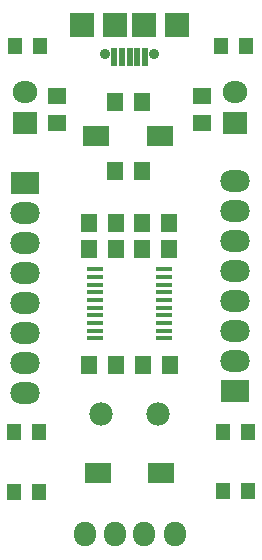
<source format=gts>
G04*
G04 #@! TF.GenerationSoftware,Altium Limited,Altium Designer,18.1.6 (161)*
G04*
G04 Layer_Color=8388736*
%FSTAX24Y24*%
%MOIN*%
G70*
G01*
G75*
%ADD20R,0.0580X0.0140*%
%ADD26R,0.0630X0.0580*%
%ADD27R,0.0580X0.0630*%
%ADD28R,0.0513X0.0552*%
%ADD29R,0.0867X0.0671*%
%ADD30R,0.0828X0.0828*%
%ADD31R,0.0789X0.0828*%
%ADD32R,0.0237X0.0611*%
%ADD33O,0.0980X0.0730*%
%ADD34R,0.0980X0.0730*%
%ADD35O,0.0830X0.0730*%
%ADD36R,0.0830X0.0730*%
%ADD37C,0.0780*%
%ADD38O,0.0730X0.0830*%
%ADD39C,0.0356*%
D20*
X016057Y018455D02*
D03*
Y018711D02*
D03*
Y018967D02*
D03*
Y019222D02*
D03*
Y019478D02*
D03*
Y019734D02*
D03*
Y01999D02*
D03*
Y020246D02*
D03*
Y020502D02*
D03*
Y020758D02*
D03*
X013757Y020758D02*
D03*
Y020502D02*
D03*
Y020246D02*
D03*
Y01999D02*
D03*
Y019734D02*
D03*
Y019478D02*
D03*
Y019222D02*
D03*
Y018967D02*
D03*
Y018711D02*
D03*
Y018455D02*
D03*
D26*
X01249Y02564D02*
D03*
Y02654D02*
D03*
X01733Y02564D02*
D03*
Y02654D02*
D03*
D27*
X01444Y02403D02*
D03*
X01534D02*
D03*
X01625Y022286D02*
D03*
X01535D02*
D03*
X01625Y02142D02*
D03*
X01535D02*
D03*
X013578Y022286D02*
D03*
X014478D02*
D03*
X013578Y02142D02*
D03*
X014478D02*
D03*
X01628Y01757D02*
D03*
X01538D02*
D03*
X01356D02*
D03*
X01446D02*
D03*
X015327Y026339D02*
D03*
X014427D02*
D03*
D28*
X018047Y01535D02*
D03*
X018873D02*
D03*
X018047Y01338D02*
D03*
X018873D02*
D03*
X011893Y01535D02*
D03*
X011067D02*
D03*
X011893Y01334D02*
D03*
X011067D02*
D03*
X017977Y02821D02*
D03*
X018803D02*
D03*
X011941Y028206D02*
D03*
X011114D02*
D03*
D29*
X015984Y013976D02*
D03*
X013858D02*
D03*
X013817Y02519D02*
D03*
X015943D02*
D03*
D30*
X015394Y028898D02*
D03*
X014449D02*
D03*
D31*
X016496D02*
D03*
X013346D02*
D03*
D32*
X015433Y027844D02*
D03*
X014409D02*
D03*
X015177D02*
D03*
X014921D02*
D03*
X014665D02*
D03*
D33*
X018421Y022693D02*
D03*
Y020693D02*
D03*
Y017693D02*
D03*
Y018693D02*
D03*
Y019693D02*
D03*
Y021693D02*
D03*
Y023693D02*
D03*
X011421Y017646D02*
D03*
Y019646D02*
D03*
Y022646D02*
D03*
Y021646D02*
D03*
Y020646D02*
D03*
Y018646D02*
D03*
Y016646D02*
D03*
D34*
X018421Y016693D02*
D03*
X011421Y023646D02*
D03*
D35*
Y026656D02*
D03*
X018421D02*
D03*
D36*
X011421Y025646D02*
D03*
X018421D02*
D03*
D37*
X013961Y015945D02*
D03*
X015882D02*
D03*
D38*
X013421Y011929D02*
D03*
X014431D02*
D03*
X015411D02*
D03*
X016421D02*
D03*
D39*
X015738Y027933D02*
D03*
X014104D02*
D03*
M02*

</source>
